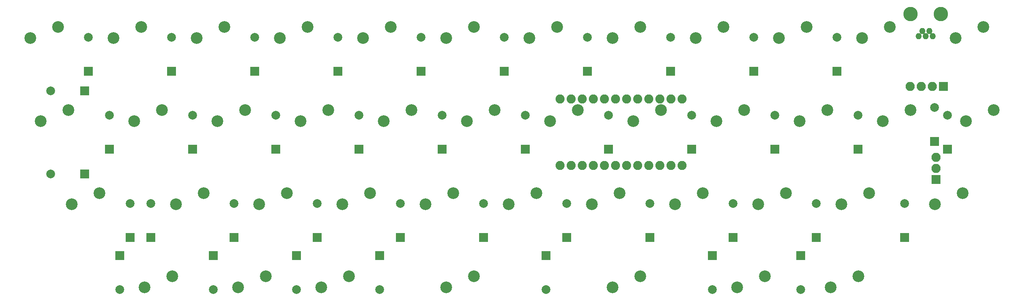
<source format=gts>
G04 #@! TF.FileFunction,Soldermask,Top*
%FSLAX46Y46*%
G04 Gerber Fmt 4.6, Leading zero omitted, Abs format (unit mm)*
G04 Created by KiCad (PCBNEW 4.0.7) date 05/05/18 17:10:26*
%MOMM*%
%LPD*%
G01*
G04 APERTURE LIST*
%ADD10C,0.100000*%
%ADD11C,2.686000*%
%ADD12R,2.000000X2.000000*%
%ADD13C,2.000000*%
%ADD14O,1.400000X1.400000*%
%ADD15C,3.295600*%
%ADD16C,2.082800*%
%ADD17R,2.100000X2.100000*%
%ADD18O,2.100000X2.100000*%
G04 APERTURE END LIST*
D10*
D11*
X166846250Y-63976250D03*
X160496250Y-66516250D03*
X185896250Y-63976250D03*
X179546250Y-66516250D03*
D12*
X239000000Y-52150000D03*
D13*
X239000000Y-44350000D03*
D11*
X250190000Y-25876250D03*
X243840000Y-28416250D03*
X57308750Y-25876250D03*
X50958750Y-28416250D03*
X76358750Y-25876250D03*
X70008750Y-28416250D03*
X95408750Y-25876250D03*
X89058750Y-28416250D03*
X114458750Y-25876250D03*
X108108750Y-28416250D03*
X133508750Y-25876250D03*
X127158750Y-28416250D03*
X152558750Y-25876250D03*
X146208750Y-28416250D03*
X171608750Y-25876250D03*
X165258750Y-28416250D03*
X209708750Y-25876250D03*
X203358750Y-28416250D03*
X228758750Y-25876250D03*
X222408750Y-28416250D03*
X62071250Y-44926250D03*
X55721250Y-47466250D03*
X81121250Y-44926250D03*
X74771250Y-47466250D03*
X100171250Y-44926250D03*
X93821250Y-47466250D03*
X119221250Y-44926250D03*
X112871250Y-47466250D03*
X138271250Y-44926250D03*
X131921250Y-47466250D03*
X157321250Y-44926250D03*
X150971250Y-47466250D03*
X176371250Y-44926250D03*
X170021250Y-47466250D03*
X195421250Y-44926250D03*
X189071250Y-47466250D03*
X214471250Y-44926250D03*
X208121250Y-47466250D03*
X233521250Y-44926250D03*
X227171250Y-47466250D03*
X252571250Y-44926250D03*
X246221250Y-47466250D03*
X47783750Y-63976250D03*
X41433750Y-66516250D03*
X71596308Y-63976308D03*
X65246308Y-66516308D03*
X90646324Y-63976308D03*
X84296324Y-66516308D03*
X109696250Y-63976250D03*
X103346250Y-66516250D03*
X128746250Y-63976250D03*
X122396250Y-66516250D03*
X147796250Y-63976250D03*
X141446250Y-66516250D03*
X204946250Y-63976250D03*
X198596250Y-66516250D03*
X223996250Y-63976250D03*
X217646250Y-66516250D03*
X245427500Y-63976250D03*
X239077500Y-66516250D03*
X40640000Y-44926250D03*
X34290000Y-47466250D03*
X38258750Y-25876250D03*
X31908750Y-28416250D03*
X64452500Y-83026250D03*
X58102500Y-85566250D03*
X104933750Y-83026250D03*
X98583750Y-85566250D03*
D14*
X237000000Y-28000000D03*
X238600000Y-28000000D03*
X235400000Y-28000000D03*
X237800000Y-26800000D03*
X236200000Y-26800000D03*
D15*
X240450000Y-22950000D03*
X233550000Y-22950000D03*
D11*
X85883750Y-83026250D03*
X79533750Y-85566250D03*
X200183750Y-83026250D03*
X193833750Y-85566250D03*
X221615000Y-83026250D03*
X215265000Y-85566250D03*
D12*
X45243788Y-36046902D03*
D13*
X45243788Y-28246902D03*
D12*
X64293804Y-36046902D03*
D13*
X64293804Y-28246902D03*
D12*
X83343820Y-36046902D03*
D13*
X83343820Y-28246902D03*
D12*
X102393836Y-36046902D03*
D13*
X102393836Y-28246902D03*
D12*
X121443852Y-36046902D03*
D13*
X121443852Y-28246902D03*
D12*
X140493750Y-36046875D03*
D13*
X140493750Y-28246875D03*
D12*
X159543750Y-36046875D03*
D13*
X159543750Y-28246875D03*
D12*
X178593750Y-36046875D03*
D13*
X178593750Y-28246875D03*
D12*
X197643750Y-36046875D03*
D13*
X197643750Y-28246875D03*
D12*
X216693750Y-36046875D03*
D13*
X216693750Y-28246875D03*
D12*
X50006250Y-53906250D03*
D13*
X50006250Y-46106250D03*
D12*
X69056250Y-53906250D03*
D13*
X69056250Y-46106250D03*
D12*
X88106250Y-53906250D03*
D13*
X88106250Y-46106250D03*
D12*
X107156250Y-53906250D03*
D13*
X107156250Y-46106250D03*
D12*
X126206250Y-53906250D03*
D13*
X126206250Y-46106250D03*
D12*
X145256250Y-53906250D03*
D13*
X145256250Y-46106250D03*
D12*
X164306250Y-53906250D03*
D13*
X164306250Y-46106250D03*
D12*
X183356250Y-53906250D03*
D13*
X183356250Y-46106250D03*
D12*
X202406250Y-53906250D03*
D13*
X202406250Y-46106250D03*
D12*
X221456250Y-53906250D03*
D13*
X221456250Y-46106250D03*
D12*
X242000000Y-53906250D03*
D13*
X242000000Y-46106250D03*
D12*
X54768750Y-74146875D03*
D13*
X54768750Y-66346875D03*
D12*
X59531300Y-74146875D03*
D13*
X59531300Y-66346875D03*
D12*
X78581316Y-74146934D03*
D13*
X78581316Y-66346934D03*
D12*
X97631250Y-74146875D03*
D13*
X97631250Y-66346875D03*
D12*
X116681250Y-74146875D03*
D13*
X116681250Y-66346875D03*
D12*
X135731250Y-74146875D03*
D13*
X135731250Y-66346875D03*
D12*
X154781250Y-74146875D03*
D13*
X154781250Y-66346875D03*
D12*
X173831250Y-74146875D03*
D13*
X173831250Y-66346875D03*
D12*
X192881250Y-74146875D03*
D13*
X192881250Y-66346875D03*
D12*
X211931250Y-74146875D03*
D13*
X211931250Y-66346875D03*
D12*
X232171875Y-74146875D03*
D13*
X232171875Y-66346875D03*
D12*
X44381250Y-59531250D03*
D13*
X36581250Y-59531250D03*
D12*
X44381250Y-40481250D03*
D13*
X36581250Y-40481250D03*
D12*
X52387500Y-78253125D03*
D13*
X52387500Y-86053125D03*
D12*
X73818750Y-78253125D03*
D13*
X73818750Y-86053125D03*
D12*
X92868750Y-78253125D03*
D13*
X92868750Y-86053125D03*
D12*
X111918750Y-78253125D03*
D13*
X111918750Y-86053125D03*
D12*
X150018750Y-78253125D03*
D13*
X150018750Y-86053125D03*
D12*
X188118750Y-78253125D03*
D13*
X188118750Y-86053125D03*
D12*
X208359375Y-78253125D03*
D13*
X208359375Y-86053125D03*
D11*
X190658908Y-25876276D03*
X184308908Y-28416276D03*
D16*
X181200000Y-57620000D03*
X178660000Y-57620000D03*
X176120000Y-57620000D03*
X173580000Y-57620000D03*
X171040000Y-57620000D03*
X168500000Y-57620000D03*
X165960000Y-57620000D03*
X163420000Y-57620000D03*
X160880000Y-57620000D03*
X158340000Y-57620000D03*
X155800000Y-57620000D03*
X153260000Y-57620000D03*
X153260000Y-42380000D03*
X155800000Y-42380000D03*
X158340000Y-42380000D03*
X160880000Y-42380000D03*
X163420000Y-42380000D03*
X165960000Y-42380000D03*
X168500000Y-42380000D03*
X171040000Y-42380000D03*
X173580000Y-42380000D03*
X176120000Y-42380000D03*
X178660000Y-42380000D03*
X181200000Y-42380000D03*
D17*
X241040000Y-39500000D03*
D18*
X238500000Y-39500000D03*
X235960000Y-39500000D03*
X233420000Y-39500000D03*
D17*
X239315625Y-60880625D03*
D18*
X239315625Y-58340625D03*
X239315625Y-55800625D03*
D11*
X133508750Y-83026250D03*
X127158750Y-85566250D03*
X171608750Y-83026250D03*
X165258750Y-85566250D03*
M02*

</source>
